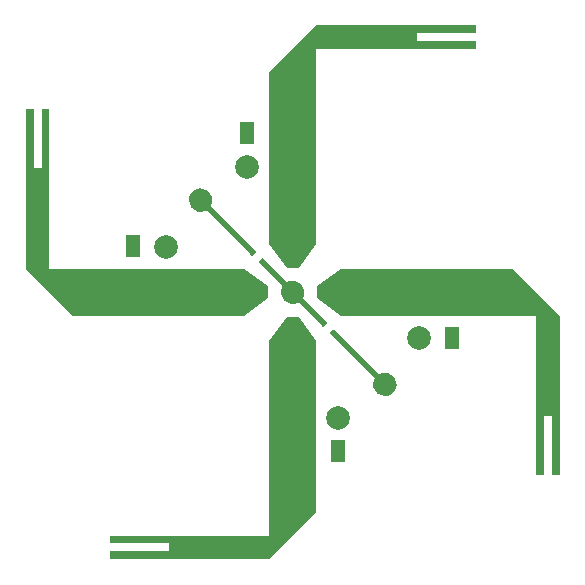
<source format=gbr>
G04 ===== Begin FILE IDENTIFICATION =====*
G04 File Format:  Gerber RS274X*
G04 ===== End FILE IDENTIFICATION =====*
%FSLAX24Y24*%
%MOMM*%
%SFA1.0000B1.0000*%
%OFA0.0B0.0*%
%ADD14C,2.000001*%
%ADD15R,1.300000X1.899999*%
%ADD16R,1.300000X1.900001*%
%LNBOTTOM_CORRECTED*%
%IPPOS*%
%LPD*%
G75*
D14*
X-107237Y38669D03*
X38515Y-106059D03*
X107237Y-38669D03*
X-38515Y106059D03*
G36*
G01X-69386Y72921D02*
G03X-72921Y69386I-8614J5079D01*
G01X-34295Y30759D01*
G01X-30759Y34295D01*
G01X-69386Y72921D01*
G37*
G36*
G01X69386Y-72921D02*
G03X72921Y-69386I8614J-5079D01*
G01X34295Y-30759D01*
G01X30759Y-34295D01*
G01X69386Y-72921D01*
G37*
G36*
G01X41000Y-20000D02*
G01X206000D01*
G01Y-155000D01*
G01X212667D01*
G01Y-105000D01*
G01X219333D01*
G01Y-155000D01*
G01X226000D01*
G01Y-20000D01*
G01X186000Y20000D01*
G01X41000D01*
G01X21000Y5000D01*
G01Y-5000D01*
G01X41000Y-20000D01*
G37*
G36*
G01X-41000Y20000D02*
G01X-206000D01*
G01Y155000D01*
G01X-212667D01*
G01Y105000D01*
G01X-219333D01*
G01Y155000D01*
G01X-226000D01*
G01Y20000D01*
G01X-186000Y-20000D01*
G01X-41000D01*
G01X-21000Y-5000D01*
G01Y5000D01*
G01X-41000Y20000D01*
G37*
G36*
G01X8614Y-5079D02*
G03X-5079Y8614I-8614J5079D01*
G01X-25809Y29345D01*
G01X-29345Y25809D01*
G01X-8614Y5079D01*
G03X5079Y-8614I8614J-5079D01*
G01X25809Y-29345D01*
G01X29345Y-25809D01*
G01X8614Y-5079D01*
G37*
G36*
G01X-20000Y-41000D02*
G01Y-206000D01*
G01X-155000D01*
G01Y-212667D01*
G01X-105000D01*
G01Y-219333D01*
G01X-155000D01*
G01Y-226000D01*
G01X-20000D01*
G01X20000Y-186000D01*
G01Y-41000D01*
G01X5000Y-21000D01*
G01X-5000D01*
G01X-20000Y-41000D01*
G37*
G36*
G01X20000Y41000D02*
G01Y206000D01*
G01X155000D01*
G01Y212667D01*
G01X105000D01*
G01Y219333D01*
G01X155000D01*
G01Y226000D01*
G01X20000D01*
G01X-20000Y186000D01*
G01Y41000D01*
G01X-5000Y21000D01*
G01X5000D01*
G01X20000Y41000D01*
G37*
D15*
X-38500Y134500D03*
D16*
X135294Y-39000D03*
D15*
X38500Y-134500D03*
D16*
X-135294Y39000D03*
M02*


</source>
